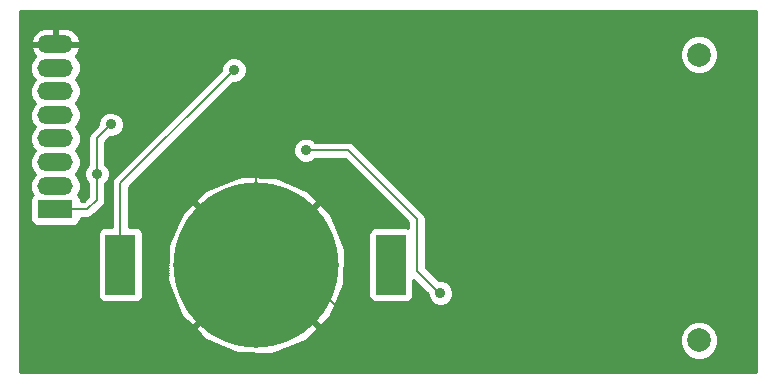
<source format=gbl>
G04 (created by PCBNEW-RS274X (2010-05-05 BZR 2356)-stable) date 13/05/2011 9:30:07 a.m.*
G01*
G70*
G90*
%MOIN*%
G04 Gerber Fmt 3.4, Leading zero omitted, Abs format*
%FSLAX34Y34*%
G04 APERTURE LIST*
%ADD10C,0.006000*%
%ADD11R,0.100000X0.200800*%
%ADD12C,0.551200*%
%ADD13O,0.118100X0.059100*%
%ADD14R,0.118100X0.059100*%
%ADD15C,0.078700*%
%ADD16C,0.035000*%
%ADD17C,0.008000*%
%ADD18C,0.010000*%
G04 APERTURE END LIST*
G54D10*
G54D11*
X22755Y-29291D03*
X31771Y-29291D03*
G54D12*
X27283Y-29291D03*
G54D13*
X20591Y-25865D03*
X20591Y-26652D03*
G54D14*
X20591Y-27440D03*
G54D13*
X20591Y-25078D03*
X20591Y-24290D03*
X20591Y-23503D03*
X20591Y-22716D03*
X20591Y-21929D03*
G54D15*
X42048Y-31807D03*
X42048Y-22279D03*
G54D16*
X33425Y-30236D03*
X28937Y-25472D03*
X22441Y-24606D03*
X21969Y-26260D03*
X33346Y-26654D03*
X33425Y-29252D03*
X26535Y-22795D03*
G54D17*
X33425Y-30236D02*
X33386Y-30236D01*
X30354Y-25472D02*
X28937Y-25472D01*
X32638Y-27756D02*
X30354Y-25472D01*
X32638Y-29488D02*
X32638Y-27756D01*
X33386Y-30236D02*
X32638Y-29488D01*
X21969Y-25078D02*
X22441Y-24606D01*
X21969Y-26260D02*
X21969Y-25078D01*
X21969Y-27125D02*
X21969Y-26260D01*
X20591Y-27440D02*
X21654Y-27440D01*
X21654Y-27440D02*
X21969Y-27125D01*
X20591Y-21929D02*
X26929Y-21929D01*
X27283Y-22283D02*
X27283Y-29291D01*
X26929Y-21929D02*
X27283Y-22283D01*
X27283Y-29291D02*
X28582Y-29291D01*
X28582Y-29291D02*
X30275Y-30984D01*
X30275Y-30984D02*
X33662Y-30984D01*
X33662Y-30984D02*
X34016Y-30630D01*
X34016Y-30630D02*
X34016Y-29843D01*
X34016Y-29843D02*
X33425Y-29252D01*
X27283Y-29291D02*
X27283Y-26574D01*
X33425Y-29252D02*
X33425Y-26733D01*
X33425Y-26733D02*
X33346Y-26654D01*
X22755Y-26575D02*
X26535Y-22795D01*
X22755Y-29291D02*
X22755Y-26575D01*
G54D18*
X19409Y-20826D02*
X43938Y-20826D01*
X19409Y-20906D02*
X43938Y-20906D01*
X19409Y-20986D02*
X43938Y-20986D01*
X19409Y-21066D02*
X43938Y-21066D01*
X19409Y-21146D02*
X43938Y-21146D01*
X19409Y-21226D02*
X43938Y-21226D01*
X19409Y-21306D02*
X43938Y-21306D01*
X19409Y-21386D02*
X20194Y-21386D01*
X20541Y-21386D02*
X20641Y-21386D01*
X20989Y-21386D02*
X43938Y-21386D01*
X19409Y-21466D02*
X19995Y-21466D01*
X20541Y-21466D02*
X20641Y-21466D01*
X21188Y-21466D02*
X43938Y-21466D01*
X19409Y-21546D02*
X19912Y-21546D01*
X20541Y-21546D02*
X20641Y-21546D01*
X21271Y-21546D02*
X43938Y-21546D01*
X19409Y-21626D02*
X19837Y-21626D01*
X20541Y-21626D02*
X20641Y-21626D01*
X21346Y-21626D02*
X43938Y-21626D01*
X19409Y-21706D02*
X19805Y-21706D01*
X20541Y-21706D02*
X20641Y-21706D01*
X21378Y-21706D02*
X41753Y-21706D01*
X42344Y-21706D02*
X43938Y-21706D01*
X19409Y-21786D02*
X19772Y-21786D01*
X20541Y-21786D02*
X20641Y-21786D01*
X21411Y-21786D02*
X41633Y-21786D01*
X42464Y-21786D02*
X43938Y-21786D01*
X19409Y-21866D02*
X19808Y-21866D01*
X20541Y-21866D02*
X20641Y-21866D01*
X21373Y-21866D02*
X41553Y-21866D01*
X42544Y-21866D02*
X43938Y-21866D01*
X19409Y-21946D02*
X41491Y-21946D01*
X42606Y-21946D02*
X43938Y-21946D01*
X19409Y-22026D02*
X19790Y-22026D01*
X21393Y-22026D02*
X41458Y-22026D01*
X42639Y-22026D02*
X43938Y-22026D01*
X19409Y-22106D02*
X19785Y-22106D01*
X21396Y-22106D02*
X41424Y-22106D01*
X42672Y-22106D02*
X43938Y-22106D01*
X19409Y-22186D02*
X19818Y-22186D01*
X21363Y-22186D02*
X41405Y-22186D01*
X42691Y-22186D02*
X43938Y-22186D01*
X19409Y-22266D02*
X19863Y-22266D01*
X21317Y-22266D02*
X41405Y-22266D01*
X42691Y-22266D02*
X43938Y-22266D01*
X19409Y-22346D02*
X19893Y-22346D01*
X21289Y-22346D02*
X41405Y-22346D01*
X42691Y-22346D02*
X43938Y-22346D01*
X19409Y-22426D02*
X19822Y-22426D01*
X21362Y-22426D02*
X26315Y-22426D01*
X26755Y-22426D02*
X41413Y-22426D01*
X42683Y-22426D02*
X43938Y-22426D01*
X19409Y-22506D02*
X19789Y-22506D01*
X21395Y-22506D02*
X26223Y-22506D01*
X26847Y-22506D02*
X41446Y-22506D01*
X42649Y-22506D02*
X43938Y-22506D01*
X19409Y-22586D02*
X19755Y-22586D01*
X21428Y-22586D02*
X26162Y-22586D01*
X26909Y-22586D02*
X41479Y-22586D01*
X42616Y-22586D02*
X43938Y-22586D01*
X19409Y-22666D02*
X19745Y-22666D01*
X21437Y-22666D02*
X26129Y-22666D01*
X26942Y-22666D02*
X41526Y-22666D01*
X42569Y-22666D02*
X43938Y-22666D01*
X19409Y-22746D02*
X19745Y-22746D01*
X21437Y-22746D02*
X26110Y-22746D01*
X26960Y-22746D02*
X41606Y-22746D01*
X42489Y-22746D02*
X43938Y-22746D01*
X19409Y-22826D02*
X19746Y-22826D01*
X21435Y-22826D02*
X26094Y-22826D01*
X26960Y-22826D02*
X41690Y-22826D01*
X42406Y-22826D02*
X43938Y-22826D01*
X19409Y-22906D02*
X19779Y-22906D01*
X21402Y-22906D02*
X26014Y-22906D01*
X26949Y-22906D02*
X41880Y-22906D01*
X42213Y-22906D02*
X43938Y-22906D01*
X19409Y-22986D02*
X19812Y-22986D01*
X21368Y-22986D02*
X25934Y-22986D01*
X26915Y-22986D02*
X43938Y-22986D01*
X19409Y-23066D02*
X19873Y-23066D01*
X21307Y-23066D02*
X25854Y-23066D01*
X26865Y-23066D02*
X43938Y-23066D01*
X19409Y-23146D02*
X19881Y-23146D01*
X21302Y-23146D02*
X25774Y-23146D01*
X26785Y-23146D02*
X43938Y-23146D01*
X19409Y-23226D02*
X19817Y-23226D01*
X21367Y-23226D02*
X25694Y-23226D01*
X26514Y-23226D02*
X43938Y-23226D01*
X19409Y-23306D02*
X19783Y-23306D01*
X21400Y-23306D02*
X25614Y-23306D01*
X26434Y-23306D02*
X43938Y-23306D01*
X19409Y-23386D02*
X19750Y-23386D01*
X21433Y-23386D02*
X25534Y-23386D01*
X26354Y-23386D02*
X43938Y-23386D01*
X19409Y-23466D02*
X19745Y-23466D01*
X21437Y-23466D02*
X25454Y-23466D01*
X26274Y-23466D02*
X43938Y-23466D01*
X19409Y-23546D02*
X19745Y-23546D01*
X21437Y-23546D02*
X25374Y-23546D01*
X26194Y-23546D02*
X43938Y-23546D01*
X19409Y-23626D02*
X19751Y-23626D01*
X21430Y-23626D02*
X25294Y-23626D01*
X26114Y-23626D02*
X43938Y-23626D01*
X19409Y-23706D02*
X19784Y-23706D01*
X21396Y-23706D02*
X25214Y-23706D01*
X26034Y-23706D02*
X43938Y-23706D01*
X19409Y-23786D02*
X19817Y-23786D01*
X21363Y-23786D02*
X25134Y-23786D01*
X25954Y-23786D02*
X43938Y-23786D01*
X19409Y-23866D02*
X19886Y-23866D01*
X21294Y-23866D02*
X25054Y-23866D01*
X25874Y-23866D02*
X43938Y-23866D01*
X19409Y-23946D02*
X19868Y-23946D01*
X21315Y-23946D02*
X24974Y-23946D01*
X25794Y-23946D02*
X43938Y-23946D01*
X19409Y-24026D02*
X19811Y-24026D01*
X21373Y-24026D02*
X24894Y-24026D01*
X25714Y-24026D02*
X43938Y-24026D01*
X19409Y-24106D02*
X19778Y-24106D01*
X21405Y-24106D02*
X24814Y-24106D01*
X25634Y-24106D02*
X43938Y-24106D01*
X19409Y-24186D02*
X19745Y-24186D01*
X21437Y-24186D02*
X22345Y-24186D01*
X22538Y-24186D02*
X24734Y-24186D01*
X25554Y-24186D02*
X43938Y-24186D01*
X19409Y-24266D02*
X19745Y-24266D01*
X21437Y-24266D02*
X22180Y-24266D01*
X22702Y-24266D02*
X24654Y-24266D01*
X25474Y-24266D02*
X43938Y-24266D01*
X19409Y-24346D02*
X19745Y-24346D01*
X21437Y-24346D02*
X22100Y-24346D01*
X22782Y-24346D02*
X24574Y-24346D01*
X25394Y-24346D02*
X43938Y-24346D01*
X19409Y-24426D02*
X19757Y-24426D01*
X21424Y-24426D02*
X22056Y-24426D01*
X22827Y-24426D02*
X24494Y-24426D01*
X25314Y-24426D02*
X43938Y-24426D01*
X19409Y-24506D02*
X19790Y-24506D01*
X21391Y-24506D02*
X22023Y-24506D01*
X22860Y-24506D02*
X24414Y-24506D01*
X25234Y-24506D02*
X43938Y-24506D01*
X19409Y-24586D02*
X19823Y-24586D01*
X21357Y-24586D02*
X22016Y-24586D01*
X22866Y-24586D02*
X24334Y-24586D01*
X25154Y-24586D02*
X43938Y-24586D01*
X19409Y-24666D02*
X19899Y-24666D01*
X21282Y-24666D02*
X21971Y-24666D01*
X22866Y-24666D02*
X24254Y-24666D01*
X25074Y-24666D02*
X43938Y-24666D01*
X19409Y-24746D02*
X19856Y-24746D01*
X21327Y-24746D02*
X21891Y-24746D01*
X22843Y-24746D02*
X24174Y-24746D01*
X24994Y-24746D02*
X43938Y-24746D01*
X19409Y-24826D02*
X19806Y-24826D01*
X21377Y-24826D02*
X21811Y-24826D01*
X22809Y-24826D02*
X24094Y-24826D01*
X24914Y-24826D02*
X43938Y-24826D01*
X19409Y-24906D02*
X19773Y-24906D01*
X21410Y-24906D02*
X21742Y-24906D01*
X22742Y-24906D02*
X24014Y-24906D01*
X24834Y-24906D02*
X43938Y-24906D01*
X19409Y-24986D02*
X19745Y-24986D01*
X21437Y-24986D02*
X21698Y-24986D01*
X22634Y-24986D02*
X23934Y-24986D01*
X24754Y-24986D02*
X43938Y-24986D01*
X19409Y-25066D02*
X19745Y-25066D01*
X21437Y-25066D02*
X21682Y-25066D01*
X22391Y-25066D02*
X23854Y-25066D01*
X24674Y-25066D02*
X28807Y-25066D01*
X29068Y-25066D02*
X43938Y-25066D01*
X19409Y-25146D02*
X19745Y-25146D01*
X21437Y-25146D02*
X21679Y-25146D01*
X22311Y-25146D02*
X23774Y-25146D01*
X24594Y-25146D02*
X28662Y-25146D01*
X29212Y-25146D02*
X43938Y-25146D01*
X19409Y-25226D02*
X19762Y-25226D01*
X21419Y-25226D02*
X21679Y-25226D01*
X22259Y-25226D02*
X23694Y-25226D01*
X24514Y-25226D02*
X28582Y-25226D01*
X30498Y-25226D02*
X43938Y-25226D01*
X19409Y-25306D02*
X19795Y-25306D01*
X21386Y-25306D02*
X21679Y-25306D01*
X22259Y-25306D02*
X23614Y-25306D01*
X24434Y-25306D02*
X28546Y-25306D01*
X30598Y-25306D02*
X43938Y-25306D01*
X19409Y-25386D02*
X19831Y-25386D01*
X21349Y-25386D02*
X21679Y-25386D01*
X22259Y-25386D02*
X23534Y-25386D01*
X24354Y-25386D02*
X28513Y-25386D01*
X30678Y-25386D02*
X43938Y-25386D01*
X19409Y-25466D02*
X19911Y-25466D01*
X21269Y-25466D02*
X21679Y-25466D01*
X22259Y-25466D02*
X23454Y-25466D01*
X24274Y-25466D02*
X28512Y-25466D01*
X30758Y-25466D02*
X43938Y-25466D01*
X19409Y-25546D02*
X19843Y-25546D01*
X21340Y-25546D02*
X21679Y-25546D01*
X22259Y-25546D02*
X23374Y-25546D01*
X24194Y-25546D02*
X28512Y-25546D01*
X30838Y-25546D02*
X43938Y-25546D01*
X19409Y-25626D02*
X19801Y-25626D01*
X21383Y-25626D02*
X21679Y-25626D01*
X22259Y-25626D02*
X23294Y-25626D01*
X24114Y-25626D02*
X28540Y-25626D01*
X30918Y-25626D02*
X43938Y-25626D01*
X19409Y-25706D02*
X19767Y-25706D01*
X21416Y-25706D02*
X21679Y-25706D01*
X22259Y-25706D02*
X23214Y-25706D01*
X24034Y-25706D02*
X28573Y-25706D01*
X30998Y-25706D02*
X43938Y-25706D01*
X19409Y-25786D02*
X19745Y-25786D01*
X21437Y-25786D02*
X21679Y-25786D01*
X22259Y-25786D02*
X23134Y-25786D01*
X23954Y-25786D02*
X28650Y-25786D01*
X29224Y-25786D02*
X30257Y-25786D01*
X31078Y-25786D02*
X43938Y-25786D01*
X19409Y-25866D02*
X19745Y-25866D01*
X21437Y-25866D02*
X21679Y-25866D01*
X22259Y-25866D02*
X23054Y-25866D01*
X23874Y-25866D02*
X28777Y-25866D01*
X29096Y-25866D02*
X30337Y-25866D01*
X31158Y-25866D02*
X43938Y-25866D01*
X19409Y-25946D02*
X19745Y-25946D01*
X21437Y-25946D02*
X21679Y-25946D01*
X22259Y-25946D02*
X22974Y-25946D01*
X23794Y-25946D02*
X30417Y-25946D01*
X31238Y-25946D02*
X43938Y-25946D01*
X19409Y-26026D02*
X19767Y-26026D01*
X21414Y-26026D02*
X21607Y-26026D01*
X22333Y-26026D02*
X22894Y-26026D01*
X23714Y-26026D02*
X30497Y-26026D01*
X31318Y-26026D02*
X43938Y-26026D01*
X19409Y-26106D02*
X19800Y-26106D01*
X21380Y-26106D02*
X21573Y-26106D01*
X22366Y-26106D02*
X22814Y-26106D01*
X23634Y-26106D02*
X30577Y-26106D01*
X31398Y-26106D02*
X43938Y-26106D01*
X19409Y-26186D02*
X19844Y-26186D01*
X21336Y-26186D02*
X21544Y-26186D01*
X22394Y-26186D02*
X22734Y-26186D01*
X23554Y-26186D02*
X30657Y-26186D01*
X31478Y-26186D02*
X43938Y-26186D01*
X19409Y-26266D02*
X19910Y-26266D01*
X21273Y-26266D02*
X21544Y-26266D01*
X22394Y-26266D02*
X22654Y-26266D01*
X23474Y-26266D02*
X30737Y-26266D01*
X31558Y-26266D02*
X43938Y-26266D01*
X19409Y-26346D02*
X19830Y-26346D01*
X21353Y-26346D02*
X21544Y-26346D01*
X22393Y-26346D02*
X22574Y-26346D01*
X23394Y-26346D02*
X26726Y-26346D01*
X27416Y-26346D02*
X30817Y-26346D01*
X31638Y-26346D02*
X43938Y-26346D01*
X19409Y-26426D02*
X19795Y-26426D01*
X21388Y-26426D02*
X21577Y-26426D01*
X22360Y-26426D02*
X22513Y-26426D01*
X23314Y-26426D02*
X26520Y-26426D01*
X28091Y-26426D02*
X30897Y-26426D01*
X31718Y-26426D02*
X43938Y-26426D01*
X19409Y-26506D02*
X19762Y-26506D01*
X21421Y-26506D02*
X21614Y-26506D01*
X22324Y-26506D02*
X22479Y-26506D01*
X23234Y-26506D02*
X26313Y-26506D01*
X28272Y-26506D02*
X30977Y-26506D01*
X31798Y-26506D02*
X43938Y-26506D01*
X19409Y-26586D02*
X19745Y-26586D01*
X21437Y-26586D02*
X21679Y-26586D01*
X22259Y-26586D02*
X22465Y-26586D01*
X23154Y-26586D02*
X26107Y-26586D01*
X28454Y-26586D02*
X31057Y-26586D01*
X31878Y-26586D02*
X43938Y-26586D01*
X19409Y-26666D02*
X19745Y-26666D01*
X21437Y-26666D02*
X21679Y-26666D01*
X22259Y-26666D02*
X22465Y-26666D01*
X23074Y-26666D02*
X25901Y-26666D01*
X28635Y-26666D02*
X31137Y-26666D01*
X31958Y-26666D02*
X43938Y-26666D01*
X19409Y-26746D02*
X19745Y-26746D01*
X21437Y-26746D02*
X21679Y-26746D01*
X22259Y-26746D02*
X22465Y-26746D01*
X23045Y-26746D02*
X25695Y-26746D01*
X28817Y-26746D02*
X31217Y-26746D01*
X32038Y-26746D02*
X43938Y-26746D01*
X19409Y-26826D02*
X19772Y-26826D01*
X21408Y-26826D02*
X21679Y-26826D01*
X22259Y-26826D02*
X22465Y-26826D01*
X23045Y-26826D02*
X25565Y-26826D01*
X28998Y-26826D02*
X31297Y-26826D01*
X32118Y-26826D02*
X43938Y-26826D01*
X19409Y-26906D02*
X19805Y-26906D01*
X21375Y-26906D02*
X21679Y-26906D01*
X22259Y-26906D02*
X22465Y-26906D01*
X23045Y-26906D02*
X25488Y-26906D01*
X29079Y-26906D02*
X31377Y-26906D01*
X32198Y-26906D02*
X43938Y-26906D01*
X19409Y-26986D02*
X19808Y-26986D01*
X21374Y-26986D02*
X21679Y-26986D01*
X22259Y-26986D02*
X22465Y-26986D01*
X23045Y-26986D02*
X25413Y-26986D01*
X29154Y-26986D02*
X31457Y-26986D01*
X32278Y-26986D02*
X43938Y-26986D01*
X19409Y-27066D02*
X19765Y-27066D01*
X21418Y-27066D02*
X21618Y-27066D01*
X22259Y-27066D02*
X22465Y-27066D01*
X23045Y-27066D02*
X25339Y-27066D01*
X29228Y-27066D02*
X31537Y-27066D01*
X32358Y-27066D02*
X43938Y-27066D01*
X19409Y-27146D02*
X19752Y-27146D01*
X21430Y-27146D02*
X21538Y-27146D01*
X22254Y-27146D02*
X22465Y-27146D01*
X23045Y-27146D02*
X25264Y-27146D01*
X29303Y-27146D02*
X31617Y-27146D01*
X32438Y-27146D02*
X43938Y-27146D01*
X19409Y-27226D02*
X19752Y-27226D01*
X22238Y-27226D02*
X22465Y-27226D01*
X23045Y-27226D02*
X25288Y-27226D01*
X29277Y-27226D02*
X31697Y-27226D01*
X32518Y-27226D02*
X43938Y-27226D01*
X19409Y-27306D02*
X19752Y-27306D01*
X22190Y-27306D02*
X22465Y-27306D01*
X23045Y-27306D02*
X25102Y-27306D01*
X25228Y-27306D02*
X25368Y-27306D01*
X29197Y-27306D02*
X29339Y-27306D01*
X29465Y-27306D02*
X31777Y-27306D01*
X32598Y-27306D02*
X43938Y-27306D01*
X19409Y-27386D02*
X19752Y-27386D01*
X22118Y-27386D02*
X22465Y-27386D01*
X23045Y-27386D02*
X25016Y-27386D01*
X25308Y-27386D02*
X25448Y-27386D01*
X29117Y-27386D02*
X29259Y-27386D01*
X29551Y-27386D02*
X31857Y-27386D01*
X32678Y-27386D02*
X43938Y-27386D01*
X19409Y-27466D02*
X19752Y-27466D01*
X22038Y-27466D02*
X22465Y-27466D01*
X23045Y-27466D02*
X24930Y-27466D01*
X25388Y-27466D02*
X25528Y-27466D01*
X29037Y-27466D02*
X29179Y-27466D01*
X29637Y-27466D02*
X31937Y-27466D01*
X32758Y-27466D02*
X43938Y-27466D01*
X19409Y-27546D02*
X19752Y-27546D01*
X21958Y-27546D02*
X22465Y-27546D01*
X23045Y-27546D02*
X24844Y-27546D01*
X25468Y-27546D02*
X25608Y-27546D01*
X28957Y-27546D02*
X29099Y-27546D01*
X29723Y-27546D02*
X32017Y-27546D01*
X32838Y-27546D02*
X43938Y-27546D01*
X19409Y-27626D02*
X19752Y-27626D01*
X21878Y-27626D02*
X22465Y-27626D01*
X23045Y-27626D02*
X24797Y-27626D01*
X25548Y-27626D02*
X25688Y-27626D01*
X28877Y-27626D02*
X29019Y-27626D01*
X29784Y-27626D02*
X32097Y-27626D01*
X32894Y-27626D02*
X43938Y-27626D01*
X19409Y-27706D02*
X19752Y-27706D01*
X21767Y-27706D02*
X22465Y-27706D01*
X23045Y-27706D02*
X24761Y-27706D01*
X25628Y-27706D02*
X25768Y-27706D01*
X28797Y-27706D02*
X28939Y-27706D01*
X29830Y-27706D02*
X32177Y-27706D01*
X32919Y-27706D02*
X43938Y-27706D01*
X19409Y-27786D02*
X19752Y-27786D01*
X21429Y-27786D02*
X22465Y-27786D01*
X23045Y-27786D02*
X24726Y-27786D01*
X25708Y-27786D02*
X25848Y-27786D01*
X28717Y-27786D02*
X28859Y-27786D01*
X29861Y-27786D02*
X32257Y-27786D01*
X32928Y-27786D02*
X43938Y-27786D01*
X19409Y-27866D02*
X19785Y-27866D01*
X21396Y-27866D02*
X22465Y-27866D01*
X23045Y-27866D02*
X24691Y-27866D01*
X25788Y-27866D02*
X25928Y-27866D01*
X28637Y-27866D02*
X28779Y-27866D01*
X29892Y-27866D02*
X32337Y-27866D01*
X32928Y-27866D02*
X43938Y-27866D01*
X19409Y-27946D02*
X19860Y-27946D01*
X21322Y-27946D02*
X22465Y-27946D01*
X23045Y-27946D02*
X24656Y-27946D01*
X25868Y-27946D02*
X26008Y-27946D01*
X28557Y-27946D02*
X28699Y-27946D01*
X29923Y-27946D02*
X32348Y-27946D01*
X32928Y-27946D02*
X43938Y-27946D01*
X19409Y-28026D02*
X22465Y-28026D01*
X23045Y-28026D02*
X24620Y-28026D01*
X25948Y-28026D02*
X26088Y-28026D01*
X28477Y-28026D02*
X28619Y-28026D01*
X29954Y-28026D02*
X32348Y-28026D01*
X32928Y-28026D02*
X43938Y-28026D01*
X19409Y-28106D02*
X22084Y-28106D01*
X23426Y-28106D02*
X24585Y-28106D01*
X26028Y-28106D02*
X26168Y-28106D01*
X28397Y-28106D02*
X28539Y-28106D01*
X29985Y-28106D02*
X31100Y-28106D01*
X32928Y-28106D02*
X43938Y-28106D01*
X19409Y-28186D02*
X22028Y-28186D01*
X23483Y-28186D02*
X24550Y-28186D01*
X26108Y-28186D02*
X26248Y-28186D01*
X28317Y-28186D02*
X28459Y-28186D01*
X30016Y-28186D02*
X31044Y-28186D01*
X32928Y-28186D02*
X43938Y-28186D01*
X19409Y-28266D02*
X22006Y-28266D01*
X23504Y-28266D02*
X24514Y-28266D01*
X26188Y-28266D02*
X26328Y-28266D01*
X28237Y-28266D02*
X28379Y-28266D01*
X30047Y-28266D02*
X31022Y-28266D01*
X32928Y-28266D02*
X43938Y-28266D01*
X19409Y-28346D02*
X22006Y-28346D01*
X23504Y-28346D02*
X24479Y-28346D01*
X26268Y-28346D02*
X26408Y-28346D01*
X28157Y-28346D02*
X28299Y-28346D01*
X30078Y-28346D02*
X31022Y-28346D01*
X32928Y-28346D02*
X43938Y-28346D01*
X19409Y-28426D02*
X22006Y-28426D01*
X23504Y-28426D02*
X24444Y-28426D01*
X26348Y-28426D02*
X26488Y-28426D01*
X28077Y-28426D02*
X28219Y-28426D01*
X30109Y-28426D02*
X31022Y-28426D01*
X32928Y-28426D02*
X43938Y-28426D01*
X19409Y-28506D02*
X22006Y-28506D01*
X23504Y-28506D02*
X24409Y-28506D01*
X26428Y-28506D02*
X26568Y-28506D01*
X27997Y-28506D02*
X28139Y-28506D01*
X30140Y-28506D02*
X31022Y-28506D01*
X32928Y-28506D02*
X43938Y-28506D01*
X19409Y-28586D02*
X22006Y-28586D01*
X23504Y-28586D02*
X24373Y-28586D01*
X26508Y-28586D02*
X26648Y-28586D01*
X27917Y-28586D02*
X28059Y-28586D01*
X30171Y-28586D02*
X31022Y-28586D01*
X32928Y-28586D02*
X43938Y-28586D01*
X19409Y-28666D02*
X22006Y-28666D01*
X23504Y-28666D02*
X24350Y-28666D01*
X26588Y-28666D02*
X26728Y-28666D01*
X27837Y-28666D02*
X27979Y-28666D01*
X30202Y-28666D02*
X31022Y-28666D01*
X32928Y-28666D02*
X43938Y-28666D01*
X19409Y-28746D02*
X22006Y-28746D01*
X23504Y-28746D02*
X24348Y-28746D01*
X26668Y-28746D02*
X26808Y-28746D01*
X27757Y-28746D02*
X27899Y-28746D01*
X30233Y-28746D02*
X31022Y-28746D01*
X32928Y-28746D02*
X43938Y-28746D01*
X19409Y-28826D02*
X22006Y-28826D01*
X23504Y-28826D02*
X24346Y-28826D01*
X26748Y-28826D02*
X26888Y-28826D01*
X27677Y-28826D02*
X27819Y-28826D01*
X30241Y-28826D02*
X31022Y-28826D01*
X32928Y-28826D02*
X43938Y-28826D01*
X19409Y-28906D02*
X22006Y-28906D01*
X23504Y-28906D02*
X24344Y-28906D01*
X26828Y-28906D02*
X26968Y-28906D01*
X27597Y-28906D02*
X27739Y-28906D01*
X30239Y-28906D02*
X31022Y-28906D01*
X32928Y-28906D02*
X43938Y-28906D01*
X19409Y-28986D02*
X22006Y-28986D01*
X23504Y-28986D02*
X24342Y-28986D01*
X26908Y-28986D02*
X27048Y-28986D01*
X27517Y-28986D02*
X27659Y-28986D01*
X30238Y-28986D02*
X31022Y-28986D01*
X32928Y-28986D02*
X43938Y-28986D01*
X19409Y-29066D02*
X22006Y-29066D01*
X23504Y-29066D02*
X24341Y-29066D01*
X26988Y-29066D02*
X27128Y-29066D01*
X27437Y-29066D02*
X27579Y-29066D01*
X30236Y-29066D02*
X31022Y-29066D01*
X32928Y-29066D02*
X43938Y-29066D01*
X19409Y-29146D02*
X22006Y-29146D01*
X23504Y-29146D02*
X24339Y-29146D01*
X27068Y-29146D02*
X27208Y-29146D01*
X27357Y-29146D02*
X27499Y-29146D01*
X30234Y-29146D02*
X31022Y-29146D01*
X32928Y-29146D02*
X43938Y-29146D01*
X19409Y-29226D02*
X22006Y-29226D01*
X23504Y-29226D02*
X24337Y-29226D01*
X27148Y-29226D02*
X27419Y-29226D01*
X30232Y-29226D02*
X31022Y-29226D01*
X32928Y-29226D02*
X43938Y-29226D01*
X19409Y-29306D02*
X22006Y-29306D01*
X23504Y-29306D02*
X24335Y-29306D01*
X27197Y-29306D02*
X27368Y-29306D01*
X30230Y-29306D02*
X31022Y-29306D01*
X32928Y-29306D02*
X43938Y-29306D01*
X19409Y-29386D02*
X22006Y-29386D01*
X23504Y-29386D02*
X24333Y-29386D01*
X27117Y-29386D02*
X27259Y-29386D01*
X27308Y-29386D02*
X27448Y-29386D01*
X30228Y-29386D02*
X31022Y-29386D01*
X32946Y-29386D02*
X43938Y-29386D01*
X19409Y-29466D02*
X22006Y-29466D01*
X23504Y-29466D02*
X24331Y-29466D01*
X27037Y-29466D02*
X27179Y-29466D01*
X27388Y-29466D02*
X27528Y-29466D01*
X30227Y-29466D02*
X31022Y-29466D01*
X33026Y-29466D02*
X43938Y-29466D01*
X19409Y-29546D02*
X22006Y-29546D01*
X23504Y-29546D02*
X24330Y-29546D01*
X26957Y-29546D02*
X27099Y-29546D01*
X27468Y-29546D02*
X27608Y-29546D01*
X30225Y-29546D02*
X31022Y-29546D01*
X33106Y-29546D02*
X43938Y-29546D01*
X19409Y-29626D02*
X22006Y-29626D01*
X23504Y-29626D02*
X24328Y-29626D01*
X26877Y-29626D02*
X27019Y-29626D01*
X27548Y-29626D02*
X27688Y-29626D01*
X30223Y-29626D02*
X31022Y-29626D01*
X33186Y-29626D02*
X43938Y-29626D01*
X19409Y-29706D02*
X22006Y-29706D01*
X23504Y-29706D02*
X24326Y-29706D01*
X26797Y-29706D02*
X26939Y-29706D01*
X27628Y-29706D02*
X27768Y-29706D01*
X30221Y-29706D02*
X31022Y-29706D01*
X33266Y-29706D02*
X43938Y-29706D01*
X19409Y-29786D02*
X22006Y-29786D01*
X23504Y-29786D02*
X24324Y-29786D01*
X26717Y-29786D02*
X26859Y-29786D01*
X27708Y-29786D02*
X27848Y-29786D01*
X30219Y-29786D02*
X31022Y-29786D01*
X32520Y-29786D02*
X32526Y-29786D01*
X33346Y-29786D02*
X43938Y-29786D01*
X19409Y-29866D02*
X22006Y-29866D01*
X23504Y-29866D02*
X24344Y-29866D01*
X26637Y-29866D02*
X26779Y-29866D01*
X27788Y-29866D02*
X27928Y-29866D01*
X30217Y-29866D02*
X31022Y-29866D01*
X32520Y-29866D02*
X32606Y-29866D01*
X33642Y-29866D02*
X43938Y-29866D01*
X19409Y-29946D02*
X22006Y-29946D01*
X23504Y-29946D02*
X24375Y-29946D01*
X26557Y-29946D02*
X26699Y-29946D01*
X27868Y-29946D02*
X28008Y-29946D01*
X30215Y-29946D02*
X31022Y-29946D01*
X32520Y-29946D02*
X32686Y-29946D01*
X33736Y-29946D02*
X43938Y-29946D01*
X19409Y-30026D02*
X22006Y-30026D01*
X23504Y-30026D02*
X24406Y-30026D01*
X26477Y-30026D02*
X26619Y-30026D01*
X27948Y-30026D02*
X28088Y-30026D01*
X30179Y-30026D02*
X31022Y-30026D01*
X32520Y-30026D02*
X32766Y-30026D01*
X33799Y-30026D02*
X43938Y-30026D01*
X19409Y-30106D02*
X22006Y-30106D01*
X23504Y-30106D02*
X24437Y-30106D01*
X26397Y-30106D02*
X26539Y-30106D01*
X28028Y-30106D02*
X28168Y-30106D01*
X30144Y-30106D02*
X31022Y-30106D01*
X32520Y-30106D02*
X32846Y-30106D01*
X33832Y-30106D02*
X43938Y-30106D01*
X19409Y-30186D02*
X22006Y-30186D01*
X23504Y-30186D02*
X24468Y-30186D01*
X26317Y-30186D02*
X26459Y-30186D01*
X28108Y-30186D02*
X28248Y-30186D01*
X30109Y-30186D02*
X31022Y-30186D01*
X32520Y-30186D02*
X32926Y-30186D01*
X33850Y-30186D02*
X43938Y-30186D01*
X19409Y-30266D02*
X22006Y-30266D01*
X23504Y-30266D02*
X24499Y-30266D01*
X26237Y-30266D02*
X26379Y-30266D01*
X28188Y-30266D02*
X28328Y-30266D01*
X30074Y-30266D02*
X31022Y-30266D01*
X32520Y-30266D02*
X33000Y-30266D01*
X33850Y-30266D02*
X43938Y-30266D01*
X19409Y-30346D02*
X22006Y-30346D01*
X23503Y-30346D02*
X24530Y-30346D01*
X26157Y-30346D02*
X26299Y-30346D01*
X28268Y-30346D02*
X28408Y-30346D01*
X30038Y-30346D02*
X31022Y-30346D01*
X32519Y-30346D02*
X33010Y-30346D01*
X33839Y-30346D02*
X43938Y-30346D01*
X19409Y-30426D02*
X22039Y-30426D01*
X23470Y-30426D02*
X24561Y-30426D01*
X26077Y-30426D02*
X26219Y-30426D01*
X28348Y-30426D02*
X28488Y-30426D01*
X30003Y-30426D02*
X31055Y-30426D01*
X32486Y-30426D02*
X33043Y-30426D01*
X33806Y-30426D02*
X43938Y-30426D01*
X19409Y-30506D02*
X22114Y-30506D01*
X23396Y-30506D02*
X24592Y-30506D01*
X25997Y-30506D02*
X26139Y-30506D01*
X28428Y-30506D02*
X28568Y-30506D01*
X29968Y-30506D02*
X31130Y-30506D01*
X32412Y-30506D02*
X33094Y-30506D01*
X33756Y-30506D02*
X43938Y-30506D01*
X19409Y-30586D02*
X24624Y-30586D01*
X25917Y-30586D02*
X26059Y-30586D01*
X28508Y-30586D02*
X28648Y-30586D01*
X29932Y-30586D02*
X33174Y-30586D01*
X33676Y-30586D02*
X43938Y-30586D01*
X19409Y-30666D02*
X24655Y-30666D01*
X25837Y-30666D02*
X25979Y-30666D01*
X28588Y-30666D02*
X28728Y-30666D01*
X29897Y-30666D02*
X43938Y-30666D01*
X19409Y-30746D02*
X24686Y-30746D01*
X25757Y-30746D02*
X25899Y-30746D01*
X28668Y-30746D02*
X28808Y-30746D01*
X29862Y-30746D02*
X43938Y-30746D01*
X19409Y-30826D02*
X24717Y-30826D01*
X25677Y-30826D02*
X25819Y-30826D01*
X28748Y-30826D02*
X28888Y-30826D01*
X29827Y-30826D02*
X43938Y-30826D01*
X19409Y-30906D02*
X24749Y-30906D01*
X25597Y-30906D02*
X25739Y-30906D01*
X28828Y-30906D02*
X28968Y-30906D01*
X29791Y-30906D02*
X43938Y-30906D01*
X19409Y-30986D02*
X24802Y-30986D01*
X25517Y-30986D02*
X25659Y-30986D01*
X28908Y-30986D02*
X29048Y-30986D01*
X29756Y-30986D02*
X43938Y-30986D01*
X19409Y-31066D02*
X24875Y-31066D01*
X25437Y-31066D02*
X25579Y-31066D01*
X28988Y-31066D02*
X29128Y-31066D01*
X29690Y-31066D02*
X43938Y-31066D01*
X19409Y-31146D02*
X24961Y-31146D01*
X25357Y-31146D02*
X25499Y-31146D01*
X29068Y-31146D02*
X29208Y-31146D01*
X29604Y-31146D02*
X43938Y-31146D01*
X19409Y-31226D02*
X25047Y-31226D01*
X25277Y-31226D02*
X25419Y-31226D01*
X29148Y-31226D02*
X29288Y-31226D01*
X29518Y-31226D02*
X41771Y-31226D01*
X42325Y-31226D02*
X43938Y-31226D01*
X19409Y-31306D02*
X25133Y-31306D01*
X25197Y-31306D02*
X25339Y-31306D01*
X29228Y-31306D02*
X29368Y-31306D01*
X29432Y-31306D02*
X41641Y-31306D01*
X42456Y-31306D02*
X43938Y-31306D01*
X19409Y-31386D02*
X25259Y-31386D01*
X29308Y-31386D02*
X41561Y-31386D01*
X42536Y-31386D02*
X43938Y-31386D01*
X19409Y-31466D02*
X25291Y-31466D01*
X29274Y-31466D02*
X41494Y-31466D01*
X42603Y-31466D02*
X43938Y-31466D01*
X19409Y-31546D02*
X25366Y-31546D01*
X29199Y-31546D02*
X41461Y-31546D01*
X42636Y-31546D02*
X43938Y-31546D01*
X19409Y-31626D02*
X25440Y-31626D01*
X29125Y-31626D02*
X41427Y-31626D01*
X42669Y-31626D02*
X43938Y-31626D01*
X19409Y-31706D02*
X25515Y-31706D01*
X29050Y-31706D02*
X41405Y-31706D01*
X42691Y-31706D02*
X43938Y-31706D01*
X19409Y-31786D02*
X25636Y-31786D01*
X28956Y-31786D02*
X41405Y-31786D01*
X42691Y-31786D02*
X43938Y-31786D01*
X19409Y-31866D02*
X25817Y-31866D01*
X28794Y-31866D02*
X41405Y-31866D01*
X42691Y-31866D02*
X43938Y-31866D01*
X19409Y-31946D02*
X25999Y-31946D01*
X28588Y-31946D02*
X41409Y-31946D01*
X42686Y-31946D02*
X43938Y-31946D01*
X19409Y-32026D02*
X26180Y-32026D01*
X28382Y-32026D02*
X41443Y-32026D01*
X42653Y-32026D02*
X43938Y-32026D01*
X19409Y-32106D02*
X26362Y-32106D01*
X28175Y-32106D02*
X41476Y-32106D01*
X42619Y-32106D02*
X43938Y-32106D01*
X19409Y-32186D02*
X26543Y-32186D01*
X27969Y-32186D02*
X41518Y-32186D01*
X42577Y-32186D02*
X43938Y-32186D01*
X19409Y-32266D02*
X41598Y-32266D01*
X42497Y-32266D02*
X43938Y-32266D01*
X19409Y-32346D02*
X41678Y-32346D01*
X42417Y-32346D02*
X43938Y-32346D01*
X19409Y-32426D02*
X41861Y-32426D01*
X42232Y-32426D02*
X43938Y-32426D01*
X19409Y-32506D02*
X43938Y-32506D01*
X19409Y-32586D02*
X43938Y-32586D01*
X19409Y-32666D02*
X43938Y-32666D01*
X19409Y-32746D02*
X43938Y-32746D01*
X19409Y-32826D02*
X43938Y-32826D01*
X43938Y-32875D02*
X43938Y-20826D01*
X19409Y-20826D01*
X19409Y-32875D01*
X19951Y-32875D01*
X19951Y-27984D01*
X19860Y-27946D01*
X19790Y-27876D01*
X19752Y-27784D01*
X19752Y-27095D01*
X19790Y-27004D01*
X19832Y-26961D01*
X19826Y-26955D01*
X19745Y-26758D01*
X19745Y-26545D01*
X19827Y-26349D01*
X19917Y-26258D01*
X19826Y-26168D01*
X19745Y-25971D01*
X19745Y-25758D01*
X19827Y-25562D01*
X19917Y-25471D01*
X19826Y-25381D01*
X19745Y-25184D01*
X19745Y-24971D01*
X19827Y-24775D01*
X19917Y-24683D01*
X19826Y-24593D01*
X19745Y-24396D01*
X19745Y-24183D01*
X19827Y-23987D01*
X19917Y-23896D01*
X19826Y-23806D01*
X19745Y-23609D01*
X19745Y-23396D01*
X19827Y-23200D01*
X19917Y-23109D01*
X19826Y-23019D01*
X19745Y-22822D01*
X19745Y-22609D01*
X19827Y-22413D01*
X19919Y-22319D01*
X19842Y-22245D01*
X19768Y-22063D01*
X19816Y-21979D01*
X19816Y-21879D01*
X19768Y-21795D01*
X19842Y-21613D01*
X19998Y-21463D01*
X20199Y-21384D01*
X20541Y-21384D01*
X20541Y-21879D01*
X19816Y-21879D01*
X19816Y-21979D01*
X20541Y-21979D01*
X20641Y-21979D01*
X20641Y-21879D01*
X20641Y-21384D01*
X20983Y-21384D01*
X21184Y-21463D01*
X21340Y-21613D01*
X21414Y-21795D01*
X21366Y-21879D01*
X20641Y-21879D01*
X20641Y-21979D01*
X21366Y-21979D01*
X21414Y-22063D01*
X21340Y-22245D01*
X21262Y-22319D01*
X21356Y-22413D01*
X21437Y-22610D01*
X21437Y-22823D01*
X21355Y-23019D01*
X21264Y-23109D01*
X21356Y-23200D01*
X21437Y-23397D01*
X21437Y-23610D01*
X21355Y-23806D01*
X21264Y-23896D01*
X21356Y-23987D01*
X21437Y-24184D01*
X21437Y-24397D01*
X21355Y-24593D01*
X21264Y-24684D01*
X21356Y-24775D01*
X21437Y-24972D01*
X21437Y-25185D01*
X21355Y-25381D01*
X21264Y-25471D01*
X21356Y-25562D01*
X21437Y-25759D01*
X21437Y-25972D01*
X21355Y-26168D01*
X21264Y-26258D01*
X21356Y-26349D01*
X21437Y-26546D01*
X21437Y-26759D01*
X21355Y-26955D01*
X21349Y-26961D01*
X21392Y-27004D01*
X21430Y-27096D01*
X21430Y-27150D01*
X21534Y-27150D01*
X21679Y-27005D01*
X21679Y-26571D01*
X21608Y-26500D01*
X21544Y-26344D01*
X21544Y-26175D01*
X21609Y-26019D01*
X21679Y-25949D01*
X21679Y-25078D01*
X21701Y-24967D01*
X21764Y-24873D01*
X22016Y-24621D01*
X22016Y-24521D01*
X22081Y-24365D01*
X22201Y-24245D01*
X22357Y-24181D01*
X22526Y-24181D01*
X22682Y-24246D01*
X22802Y-24366D01*
X22866Y-24522D01*
X22866Y-24691D01*
X22801Y-24847D01*
X22681Y-24967D01*
X22525Y-25031D01*
X22426Y-25031D01*
X22259Y-25198D01*
X22259Y-25949D01*
X22330Y-26020D01*
X22394Y-26176D01*
X22394Y-26345D01*
X22329Y-26501D01*
X22259Y-26571D01*
X22259Y-27125D01*
X22237Y-27236D01*
X22174Y-27330D01*
X21859Y-27645D01*
X21765Y-27708D01*
X21654Y-27730D01*
X21430Y-27730D01*
X21430Y-27785D01*
X21392Y-27876D01*
X21322Y-27946D01*
X21230Y-27984D01*
X19951Y-27984D01*
X19951Y-32875D01*
X22205Y-32875D01*
X22205Y-30544D01*
X22114Y-30506D01*
X22044Y-30436D01*
X22006Y-30344D01*
X22006Y-28237D01*
X22044Y-28146D01*
X22114Y-28076D01*
X22206Y-28038D01*
X22465Y-28038D01*
X22465Y-26575D01*
X22487Y-26464D01*
X22550Y-26370D01*
X26110Y-22809D01*
X26110Y-22710D01*
X26175Y-22554D01*
X26295Y-22434D01*
X26451Y-22370D01*
X26620Y-22370D01*
X26776Y-22435D01*
X26896Y-22555D01*
X26960Y-22711D01*
X26960Y-22880D01*
X26895Y-23036D01*
X26775Y-23156D01*
X26619Y-23220D01*
X26520Y-23220D01*
X23045Y-26695D01*
X23045Y-28038D01*
X23305Y-28038D01*
X23396Y-28076D01*
X23466Y-28146D01*
X23504Y-28238D01*
X23504Y-30345D01*
X23466Y-30436D01*
X23396Y-30506D01*
X23304Y-30544D01*
X22205Y-30544D01*
X22205Y-32875D01*
X25167Y-32875D01*
X25167Y-31337D01*
X24823Y-31017D01*
X24747Y-30903D01*
X24323Y-29810D01*
X24350Y-28638D01*
X24823Y-27565D01*
X25167Y-27245D01*
X27212Y-29291D01*
X25167Y-31337D01*
X25167Y-32875D01*
X27802Y-32875D01*
X27802Y-32251D01*
X26630Y-32224D01*
X25557Y-31751D01*
X25237Y-31407D01*
X27283Y-29362D01*
X27283Y-29220D01*
X25237Y-27175D01*
X25557Y-26831D01*
X25671Y-26755D01*
X26764Y-26331D01*
X27936Y-26358D01*
X29009Y-26831D01*
X29329Y-27175D01*
X27283Y-29220D01*
X27283Y-29362D01*
X29329Y-31407D01*
X29009Y-31751D01*
X28895Y-31827D01*
X27802Y-32251D01*
X27802Y-32875D01*
X29399Y-32875D01*
X29399Y-31337D01*
X27354Y-29291D01*
X29399Y-27245D01*
X29743Y-27565D01*
X29819Y-27679D01*
X30243Y-28772D01*
X30216Y-29944D01*
X29743Y-31017D01*
X29399Y-31337D01*
X29399Y-32875D01*
X33340Y-32875D01*
X33340Y-30661D01*
X33184Y-30596D01*
X33064Y-30476D01*
X33000Y-30320D01*
X33000Y-30260D01*
X32520Y-29780D01*
X32520Y-30345D01*
X32482Y-30436D01*
X32412Y-30506D01*
X32320Y-30544D01*
X31221Y-30544D01*
X31130Y-30506D01*
X31060Y-30436D01*
X31022Y-30344D01*
X31022Y-28237D01*
X31060Y-28146D01*
X31130Y-28076D01*
X31222Y-28038D01*
X32321Y-28038D01*
X32348Y-28049D01*
X32348Y-27876D01*
X30233Y-25762D01*
X29248Y-25762D01*
X29177Y-25833D01*
X29021Y-25897D01*
X28852Y-25897D01*
X28696Y-25832D01*
X28576Y-25712D01*
X28512Y-25556D01*
X28512Y-25387D01*
X28577Y-25231D01*
X28697Y-25111D01*
X28853Y-25047D01*
X29022Y-25047D01*
X29178Y-25112D01*
X29248Y-25182D01*
X30354Y-25182D01*
X30465Y-25204D01*
X30559Y-25267D01*
X32843Y-27551D01*
X32906Y-27645D01*
X32928Y-27756D01*
X32928Y-29368D01*
X33371Y-29811D01*
X33510Y-29811D01*
X33666Y-29876D01*
X33786Y-29996D01*
X33850Y-30152D01*
X33850Y-30321D01*
X33785Y-30477D01*
X33665Y-30597D01*
X33509Y-30661D01*
X33340Y-30661D01*
X33340Y-32875D01*
X41919Y-32875D01*
X41919Y-32450D01*
X41683Y-32351D01*
X41503Y-32170D01*
X41405Y-31934D01*
X41405Y-31678D01*
X41504Y-31442D01*
X41685Y-31262D01*
X41919Y-31164D01*
X41919Y-22922D01*
X41683Y-22823D01*
X41503Y-22642D01*
X41405Y-22406D01*
X41405Y-22150D01*
X41504Y-21914D01*
X41685Y-21734D01*
X41921Y-21636D01*
X42177Y-21636D01*
X42413Y-21735D01*
X42593Y-21916D01*
X42691Y-22152D01*
X42691Y-22408D01*
X42592Y-22644D01*
X42411Y-22824D01*
X42175Y-22922D01*
X41919Y-22922D01*
X41919Y-31164D01*
X42177Y-31164D01*
X42413Y-31263D01*
X42593Y-31444D01*
X42691Y-31680D01*
X42691Y-31936D01*
X42592Y-32172D01*
X42411Y-32352D01*
X42175Y-32450D01*
X41919Y-32450D01*
X41919Y-32875D01*
X43938Y-32875D01*
M02*

</source>
